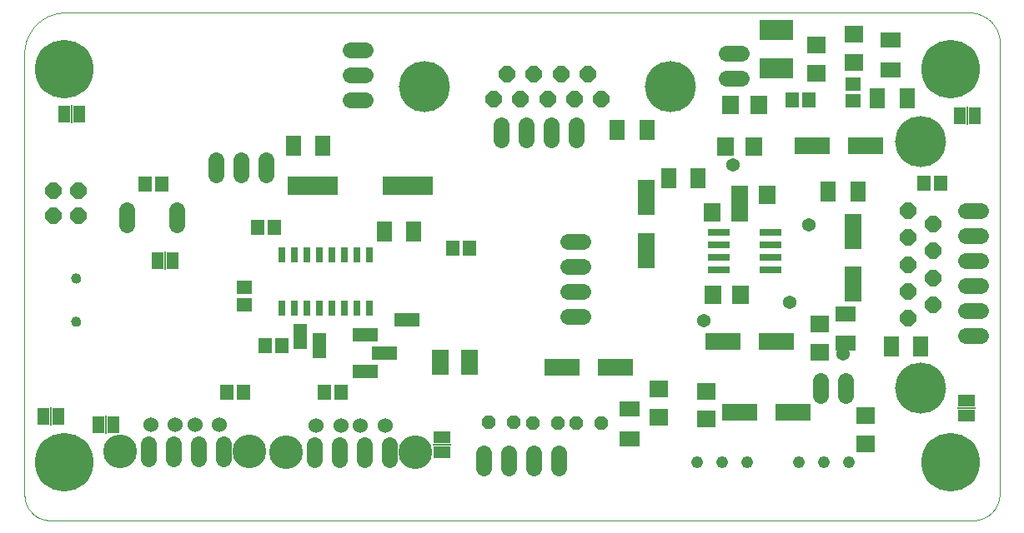
<source format=gbs>
G75*
%MOIN*%
%OFA0B0*%
%FSLAX25Y25*%
%IPPOS*%
%LPD*%
%AMOC8*
5,1,8,0,0,1.08239X$1,22.5*
%
%ADD10C,0.00000*%
%ADD11R,0.06306X0.08274*%
%ADD12R,0.08274X0.06306*%
%ADD13R,0.09061X0.02762*%
%ADD14R,0.07498X0.06699*%
%ADD15R,0.06699X0.07498*%
%ADD16R,0.05518X0.06306*%
%ADD17R,0.06306X0.05518*%
%ADD18OC8,0.05600*%
%ADD19C,0.04800*%
%ADD20C,0.03943*%
%ADD21C,0.23400*%
%ADD22C,0.06400*%
%ADD23C,0.05400*%
%ADD24OC8,0.06400*%
%ADD25C,0.20400*%
%ADD26R,0.05000X0.06700*%
%ADD27R,0.00600X0.07200*%
%ADD28C,0.06000*%
%ADD29C,0.13500*%
%ADD30R,0.02900X0.06400*%
%ADD31R,0.20400X0.07400*%
%ADD32R,0.05400X0.10400*%
%ADD33R,0.10400X0.05400*%
%ADD34R,0.06699X0.09849*%
%ADD35R,0.06700X0.05000*%
%ADD36R,0.07200X0.00600*%
%ADD37R,0.13786X0.07880*%
%ADD38R,0.06699X0.14180*%
%ADD39R,0.14180X0.06699*%
D10*
X0019865Y0014585D02*
X0388843Y0014585D01*
X0388843Y0014584D02*
X0389099Y0014587D01*
X0389355Y0014596D01*
X0389611Y0014612D01*
X0389866Y0014633D01*
X0390121Y0014661D01*
X0390375Y0014695D01*
X0390628Y0014735D01*
X0390880Y0014781D01*
X0391131Y0014834D01*
X0391380Y0014892D01*
X0391628Y0014956D01*
X0391874Y0015027D01*
X0392119Y0015103D01*
X0392362Y0015185D01*
X0392602Y0015273D01*
X0392841Y0015367D01*
X0393077Y0015466D01*
X0393310Y0015571D01*
X0393541Y0015682D01*
X0393770Y0015798D01*
X0393995Y0015920D01*
X0394217Y0016047D01*
X0394437Y0016180D01*
X0394652Y0016318D01*
X0394865Y0016461D01*
X0395074Y0016609D01*
X0395280Y0016762D01*
X0395481Y0016920D01*
X0395679Y0017082D01*
X0395873Y0017250D01*
X0396062Y0017422D01*
X0396248Y0017599D01*
X0396429Y0017780D01*
X0396606Y0017966D01*
X0396778Y0018155D01*
X0396946Y0018349D01*
X0397108Y0018547D01*
X0397266Y0018748D01*
X0397419Y0018954D01*
X0397567Y0019163D01*
X0397710Y0019376D01*
X0397848Y0019591D01*
X0397981Y0019811D01*
X0398108Y0020033D01*
X0398230Y0020258D01*
X0398346Y0020487D01*
X0398457Y0020718D01*
X0398562Y0020951D01*
X0398661Y0021187D01*
X0398755Y0021426D01*
X0398843Y0021666D01*
X0398925Y0021909D01*
X0399001Y0022154D01*
X0399072Y0022400D01*
X0399136Y0022648D01*
X0399194Y0022897D01*
X0399247Y0023148D01*
X0399293Y0023400D01*
X0399333Y0023653D01*
X0399367Y0023907D01*
X0399395Y0024162D01*
X0399416Y0024417D01*
X0399432Y0024673D01*
X0399441Y0024929D01*
X0399444Y0025185D01*
X0399444Y0204511D01*
X0399469Y0204802D01*
X0399487Y0205094D01*
X0399498Y0205386D01*
X0399502Y0205679D01*
X0399499Y0205971D01*
X0399489Y0206263D01*
X0399471Y0206555D01*
X0399447Y0206846D01*
X0399415Y0207137D01*
X0399377Y0207427D01*
X0399332Y0207716D01*
X0399279Y0208004D01*
X0399220Y0208290D01*
X0399154Y0208575D01*
X0399081Y0208858D01*
X0399001Y0209139D01*
X0398914Y0209418D01*
X0398821Y0209695D01*
X0398720Y0209970D01*
X0398614Y0210242D01*
X0398501Y0210512D01*
X0398381Y0210779D01*
X0398255Y0211043D01*
X0398122Y0211303D01*
X0397984Y0211561D01*
X0397839Y0211815D01*
X0397688Y0212065D01*
X0397531Y0212312D01*
X0397368Y0212555D01*
X0397199Y0212793D01*
X0397025Y0213028D01*
X0396844Y0213258D01*
X0396659Y0213484D01*
X0396468Y0213706D01*
X0396272Y0213922D01*
X0396070Y0214134D01*
X0395864Y0214341D01*
X0395652Y0214543D01*
X0395436Y0214740D01*
X0395215Y0214932D01*
X0394989Y0215118D01*
X0394759Y0215298D01*
X0394525Y0215473D01*
X0394287Y0215642D01*
X0394044Y0215806D01*
X0393798Y0215963D01*
X0393548Y0216115D01*
X0393294Y0216261D01*
X0393037Y0216400D01*
X0392777Y0216533D01*
X0392513Y0216660D01*
X0392247Y0216780D01*
X0391977Y0216894D01*
X0391705Y0217001D01*
X0391431Y0217102D01*
X0391154Y0217196D01*
X0390875Y0217283D01*
X0390594Y0217363D01*
X0390311Y0217437D01*
X0390026Y0217504D01*
X0389740Y0217564D01*
X0389452Y0217617D01*
X0389164Y0217663D01*
X0388874Y0217702D01*
X0388583Y0217734D01*
X0024601Y0217734D01*
X0024600Y0217734D02*
X0024207Y0217696D01*
X0023814Y0217648D01*
X0023423Y0217591D01*
X0023034Y0217525D01*
X0022646Y0217449D01*
X0022260Y0217364D01*
X0021876Y0217269D01*
X0021494Y0217165D01*
X0021116Y0217053D01*
X0020740Y0216931D01*
X0020367Y0216799D01*
X0019997Y0216659D01*
X0019631Y0216510D01*
X0019269Y0216353D01*
X0018910Y0216186D01*
X0018556Y0216011D01*
X0018206Y0215827D01*
X0017860Y0215635D01*
X0017520Y0215435D01*
X0017184Y0215227D01*
X0016853Y0215010D01*
X0016528Y0214786D01*
X0016208Y0214553D01*
X0015894Y0214314D01*
X0015586Y0214066D01*
X0015284Y0213811D01*
X0014988Y0213549D01*
X0014698Y0213280D01*
X0014415Y0213004D01*
X0014139Y0212721D01*
X0013870Y0212432D01*
X0013608Y0212136D01*
X0013353Y0211834D01*
X0013105Y0211526D01*
X0012865Y0211212D01*
X0012633Y0210892D01*
X0012408Y0210567D01*
X0012191Y0210237D01*
X0011983Y0209901D01*
X0011782Y0209560D01*
X0011590Y0209215D01*
X0011406Y0208865D01*
X0011231Y0208511D01*
X0011065Y0208152D01*
X0010907Y0207790D01*
X0010757Y0207424D01*
X0010617Y0207054D01*
X0010486Y0206682D01*
X0010364Y0206306D01*
X0010251Y0205927D01*
X0010147Y0205546D01*
X0010052Y0205162D01*
X0009967Y0204776D01*
X0009891Y0204388D01*
X0009824Y0203998D01*
X0009767Y0203607D01*
X0009719Y0203215D01*
X0009681Y0202822D01*
X0009652Y0202427D01*
X0009633Y0202033D01*
X0009623Y0201637D01*
X0009623Y0201242D01*
X0009633Y0200847D01*
X0009652Y0200452D01*
X0009680Y0200058D01*
X0009680Y0024770D01*
X0009683Y0024524D01*
X0009692Y0024278D01*
X0009707Y0024032D01*
X0009728Y0023787D01*
X0009754Y0023542D01*
X0009787Y0023298D01*
X0009825Y0023055D01*
X0009870Y0022813D01*
X0009920Y0022572D01*
X0009976Y0022333D01*
X0010038Y0022094D01*
X0010105Y0021858D01*
X0010178Y0021623D01*
X0010257Y0021390D01*
X0010342Y0021158D01*
X0010432Y0020929D01*
X0010527Y0020702D01*
X0010628Y0020478D01*
X0010735Y0020256D01*
X0010847Y0020037D01*
X0010964Y0019820D01*
X0011086Y0019607D01*
X0011213Y0019396D01*
X0011346Y0019188D01*
X0011483Y0018984D01*
X0011625Y0018783D01*
X0011772Y0018586D01*
X0011924Y0018392D01*
X0012080Y0018202D01*
X0012241Y0018016D01*
X0012407Y0017834D01*
X0012577Y0017656D01*
X0012751Y0017482D01*
X0012929Y0017312D01*
X0013111Y0017146D01*
X0013297Y0016985D01*
X0013487Y0016829D01*
X0013681Y0016677D01*
X0013878Y0016530D01*
X0014079Y0016388D01*
X0014283Y0016251D01*
X0014491Y0016118D01*
X0014702Y0015991D01*
X0014915Y0015869D01*
X0015132Y0015752D01*
X0015351Y0015640D01*
X0015573Y0015533D01*
X0015797Y0015432D01*
X0016024Y0015337D01*
X0016253Y0015247D01*
X0016485Y0015162D01*
X0016718Y0015083D01*
X0016953Y0015010D01*
X0017189Y0014943D01*
X0017428Y0014881D01*
X0017667Y0014825D01*
X0017908Y0014775D01*
X0018150Y0014730D01*
X0018393Y0014692D01*
X0018637Y0014659D01*
X0018882Y0014633D01*
X0019127Y0014612D01*
X0019373Y0014597D01*
X0019619Y0014588D01*
X0019865Y0014585D01*
X0028381Y0094112D02*
X0028383Y0094196D01*
X0028389Y0094279D01*
X0028399Y0094362D01*
X0028413Y0094445D01*
X0028430Y0094527D01*
X0028452Y0094608D01*
X0028477Y0094687D01*
X0028506Y0094766D01*
X0028539Y0094843D01*
X0028575Y0094918D01*
X0028615Y0094992D01*
X0028658Y0095064D01*
X0028705Y0095133D01*
X0028755Y0095200D01*
X0028808Y0095265D01*
X0028864Y0095327D01*
X0028922Y0095387D01*
X0028984Y0095444D01*
X0029048Y0095497D01*
X0029115Y0095548D01*
X0029184Y0095595D01*
X0029255Y0095640D01*
X0029328Y0095680D01*
X0029403Y0095717D01*
X0029480Y0095751D01*
X0029558Y0095781D01*
X0029637Y0095807D01*
X0029718Y0095830D01*
X0029800Y0095848D01*
X0029882Y0095863D01*
X0029965Y0095874D01*
X0030048Y0095881D01*
X0030132Y0095884D01*
X0030216Y0095883D01*
X0030299Y0095878D01*
X0030383Y0095869D01*
X0030465Y0095856D01*
X0030547Y0095840D01*
X0030628Y0095819D01*
X0030709Y0095795D01*
X0030787Y0095767D01*
X0030865Y0095735D01*
X0030941Y0095699D01*
X0031015Y0095660D01*
X0031087Y0095618D01*
X0031157Y0095572D01*
X0031225Y0095523D01*
X0031290Y0095471D01*
X0031353Y0095416D01*
X0031413Y0095358D01*
X0031471Y0095297D01*
X0031525Y0095233D01*
X0031577Y0095167D01*
X0031625Y0095099D01*
X0031670Y0095028D01*
X0031711Y0094955D01*
X0031750Y0094881D01*
X0031784Y0094805D01*
X0031815Y0094727D01*
X0031842Y0094648D01*
X0031866Y0094567D01*
X0031885Y0094486D01*
X0031901Y0094404D01*
X0031913Y0094321D01*
X0031921Y0094237D01*
X0031925Y0094154D01*
X0031925Y0094070D01*
X0031921Y0093987D01*
X0031913Y0093903D01*
X0031901Y0093820D01*
X0031885Y0093738D01*
X0031866Y0093657D01*
X0031842Y0093576D01*
X0031815Y0093497D01*
X0031784Y0093419D01*
X0031750Y0093343D01*
X0031711Y0093269D01*
X0031670Y0093196D01*
X0031625Y0093125D01*
X0031577Y0093057D01*
X0031525Y0092991D01*
X0031471Y0092927D01*
X0031413Y0092866D01*
X0031353Y0092808D01*
X0031290Y0092753D01*
X0031225Y0092701D01*
X0031157Y0092652D01*
X0031087Y0092606D01*
X0031015Y0092564D01*
X0030941Y0092525D01*
X0030865Y0092489D01*
X0030787Y0092457D01*
X0030709Y0092429D01*
X0030628Y0092405D01*
X0030547Y0092384D01*
X0030465Y0092368D01*
X0030383Y0092355D01*
X0030299Y0092346D01*
X0030216Y0092341D01*
X0030132Y0092340D01*
X0030048Y0092343D01*
X0029965Y0092350D01*
X0029882Y0092361D01*
X0029800Y0092376D01*
X0029718Y0092394D01*
X0029637Y0092417D01*
X0029558Y0092443D01*
X0029480Y0092473D01*
X0029403Y0092507D01*
X0029328Y0092544D01*
X0029255Y0092584D01*
X0029184Y0092629D01*
X0029115Y0092676D01*
X0029048Y0092727D01*
X0028984Y0092780D01*
X0028922Y0092837D01*
X0028864Y0092897D01*
X0028808Y0092959D01*
X0028755Y0093024D01*
X0028705Y0093091D01*
X0028658Y0093160D01*
X0028615Y0093232D01*
X0028575Y0093306D01*
X0028539Y0093381D01*
X0028506Y0093458D01*
X0028477Y0093537D01*
X0028452Y0093616D01*
X0028430Y0093697D01*
X0028413Y0093779D01*
X0028399Y0093862D01*
X0028389Y0093945D01*
X0028383Y0094028D01*
X0028381Y0094112D01*
X0028381Y0111435D02*
X0028383Y0111519D01*
X0028389Y0111602D01*
X0028399Y0111685D01*
X0028413Y0111768D01*
X0028430Y0111850D01*
X0028452Y0111931D01*
X0028477Y0112010D01*
X0028506Y0112089D01*
X0028539Y0112166D01*
X0028575Y0112241D01*
X0028615Y0112315D01*
X0028658Y0112387D01*
X0028705Y0112456D01*
X0028755Y0112523D01*
X0028808Y0112588D01*
X0028864Y0112650D01*
X0028922Y0112710D01*
X0028984Y0112767D01*
X0029048Y0112820D01*
X0029115Y0112871D01*
X0029184Y0112918D01*
X0029255Y0112963D01*
X0029328Y0113003D01*
X0029403Y0113040D01*
X0029480Y0113074D01*
X0029558Y0113104D01*
X0029637Y0113130D01*
X0029718Y0113153D01*
X0029800Y0113171D01*
X0029882Y0113186D01*
X0029965Y0113197D01*
X0030048Y0113204D01*
X0030132Y0113207D01*
X0030216Y0113206D01*
X0030299Y0113201D01*
X0030383Y0113192D01*
X0030465Y0113179D01*
X0030547Y0113163D01*
X0030628Y0113142D01*
X0030709Y0113118D01*
X0030787Y0113090D01*
X0030865Y0113058D01*
X0030941Y0113022D01*
X0031015Y0112983D01*
X0031087Y0112941D01*
X0031157Y0112895D01*
X0031225Y0112846D01*
X0031290Y0112794D01*
X0031353Y0112739D01*
X0031413Y0112681D01*
X0031471Y0112620D01*
X0031525Y0112556D01*
X0031577Y0112490D01*
X0031625Y0112422D01*
X0031670Y0112351D01*
X0031711Y0112278D01*
X0031750Y0112204D01*
X0031784Y0112128D01*
X0031815Y0112050D01*
X0031842Y0111971D01*
X0031866Y0111890D01*
X0031885Y0111809D01*
X0031901Y0111727D01*
X0031913Y0111644D01*
X0031921Y0111560D01*
X0031925Y0111477D01*
X0031925Y0111393D01*
X0031921Y0111310D01*
X0031913Y0111226D01*
X0031901Y0111143D01*
X0031885Y0111061D01*
X0031866Y0110980D01*
X0031842Y0110899D01*
X0031815Y0110820D01*
X0031784Y0110742D01*
X0031750Y0110666D01*
X0031711Y0110592D01*
X0031670Y0110519D01*
X0031625Y0110448D01*
X0031577Y0110380D01*
X0031525Y0110314D01*
X0031471Y0110250D01*
X0031413Y0110189D01*
X0031353Y0110131D01*
X0031290Y0110076D01*
X0031225Y0110024D01*
X0031157Y0109975D01*
X0031087Y0109929D01*
X0031015Y0109887D01*
X0030941Y0109848D01*
X0030865Y0109812D01*
X0030787Y0109780D01*
X0030709Y0109752D01*
X0030628Y0109728D01*
X0030547Y0109707D01*
X0030465Y0109691D01*
X0030383Y0109678D01*
X0030299Y0109669D01*
X0030216Y0109664D01*
X0030132Y0109663D01*
X0030048Y0109666D01*
X0029965Y0109673D01*
X0029882Y0109684D01*
X0029800Y0109699D01*
X0029718Y0109717D01*
X0029637Y0109740D01*
X0029558Y0109766D01*
X0029480Y0109796D01*
X0029403Y0109830D01*
X0029328Y0109867D01*
X0029255Y0109907D01*
X0029184Y0109952D01*
X0029115Y0109999D01*
X0029048Y0110050D01*
X0028984Y0110103D01*
X0028922Y0110160D01*
X0028864Y0110220D01*
X0028808Y0110282D01*
X0028755Y0110347D01*
X0028705Y0110414D01*
X0028658Y0110483D01*
X0028615Y0110555D01*
X0028575Y0110629D01*
X0028539Y0110704D01*
X0028506Y0110781D01*
X0028477Y0110860D01*
X0028452Y0110939D01*
X0028430Y0111020D01*
X0028413Y0111102D01*
X0028399Y0111185D01*
X0028389Y0111268D01*
X0028383Y0111351D01*
X0028381Y0111435D01*
D11*
X0117161Y0164585D03*
X0128972Y0164585D03*
X0153381Y0130333D03*
X0165192Y0130333D03*
X0246688Y0170884D03*
X0258499Y0170884D03*
X0267161Y0151593D03*
X0278972Y0151593D03*
X0330940Y0146081D03*
X0342751Y0146081D03*
X0350625Y0183482D03*
X0362436Y0183482D03*
X0367948Y0084270D03*
X0356137Y0084270D03*
D12*
X0338027Y0085451D03*
X0338027Y0097262D03*
X0251413Y0059073D03*
X0251413Y0047262D03*
X0355743Y0194900D03*
X0355743Y0206711D03*
D13*
X0307712Y0129959D03*
X0307712Y0124959D03*
X0307712Y0119959D03*
X0307712Y0114959D03*
X0287239Y0114959D03*
X0287239Y0119959D03*
X0287239Y0124959D03*
X0287239Y0129959D03*
D14*
X0327397Y0093018D03*
X0327397Y0081821D03*
X0345901Y0056404D03*
X0345901Y0045207D03*
X0282121Y0055049D03*
X0282121Y0066246D03*
X0263224Y0067033D03*
X0263224Y0055837D03*
X0326216Y0193632D03*
X0341176Y0197963D03*
X0326216Y0204829D03*
X0341176Y0209159D03*
D15*
X0303074Y0180726D03*
X0291877Y0180726D03*
X0289909Y0164191D03*
X0301106Y0164191D03*
X0306617Y0144900D03*
X0295420Y0144900D03*
X0295594Y0137813D03*
X0284397Y0137813D03*
X0284791Y0104742D03*
X0295987Y0104742D03*
D16*
X0369326Y0149624D03*
X0376019Y0149624D03*
X0323263Y0182695D03*
X0316570Y0182695D03*
X0187436Y0123640D03*
X0180743Y0123640D03*
X0112633Y0084663D03*
X0105940Y0084663D03*
X0097279Y0065766D03*
X0090586Y0065766D03*
X0129562Y0065766D03*
X0136255Y0065766D03*
X0109483Y0131907D03*
X0102791Y0131907D03*
X0064602Y0149230D03*
X0057909Y0149230D03*
D17*
X0097476Y0107695D03*
X0097476Y0101002D03*
X0340783Y0182498D03*
X0340783Y0189191D03*
D18*
X0240271Y0053561D03*
X0230271Y0053561D03*
X0222948Y0053561D03*
X0212948Y0053561D03*
X0205231Y0053955D03*
X0195231Y0053955D03*
D19*
X0278420Y0037813D03*
X0288420Y0037813D03*
X0298420Y0037813D03*
X0319365Y0037813D03*
X0329365Y0037813D03*
X0339365Y0037813D03*
D20*
X0030153Y0094112D03*
X0030153Y0111435D03*
D21*
X0025428Y0037813D03*
X0025428Y0195293D03*
X0379759Y0195293D03*
X0379759Y0037813D03*
D22*
X0337909Y0064341D02*
X0337909Y0070341D01*
X0327909Y0070341D02*
X0327909Y0064341D01*
X0385814Y0088404D02*
X0391814Y0088404D01*
X0391814Y0098404D02*
X0385814Y0098404D01*
X0385814Y0108404D02*
X0391814Y0108404D01*
X0391814Y0118404D02*
X0385814Y0118404D01*
X0385814Y0128404D02*
X0391814Y0128404D01*
X0391814Y0138404D02*
X0385814Y0138404D01*
X0296145Y0191474D02*
X0290145Y0191474D01*
X0290145Y0201474D02*
X0296145Y0201474D01*
X0230192Y0172703D02*
X0230192Y0166703D01*
X0220192Y0166703D02*
X0220192Y0172703D01*
X0210192Y0172703D02*
X0210192Y0166703D01*
X0200192Y0166703D02*
X0200192Y0172703D01*
X0145751Y0182931D02*
X0139751Y0182931D01*
X0139751Y0192931D02*
X0145751Y0192931D01*
X0145751Y0202931D02*
X0139751Y0202931D01*
X0106294Y0158923D02*
X0106294Y0152923D01*
X0096294Y0152923D02*
X0096294Y0158923D01*
X0086294Y0158923D02*
X0086294Y0152923D01*
X0070468Y0138844D02*
X0070468Y0132844D01*
X0050468Y0132844D02*
X0050468Y0138844D01*
X0059247Y0045144D02*
X0059247Y0039144D01*
X0069247Y0039144D02*
X0069247Y0045144D01*
X0079247Y0045144D02*
X0079247Y0039144D01*
X0089247Y0039144D02*
X0089247Y0045144D01*
X0125389Y0044750D02*
X0125389Y0038750D01*
X0135389Y0038750D02*
X0135389Y0044750D01*
X0145389Y0044750D02*
X0145389Y0038750D01*
X0155389Y0038750D02*
X0155389Y0044750D01*
X0193106Y0041600D02*
X0193106Y0035600D01*
X0203106Y0035600D02*
X0203106Y0041600D01*
X0213106Y0041600D02*
X0213106Y0035600D01*
X0223106Y0035600D02*
X0223106Y0041600D01*
X0226759Y0096041D02*
X0232759Y0096041D01*
X0232759Y0106041D02*
X0226759Y0106041D01*
X0226759Y0116041D02*
X0232759Y0116041D01*
X0232759Y0126041D02*
X0226759Y0126041D01*
D23*
X0281334Y0094506D03*
X0315586Y0101986D03*
X0336846Y0081120D03*
X0323066Y0132695D03*
X0292751Y0156711D03*
D24*
X0240335Y0183207D03*
X0229535Y0183207D03*
X0218735Y0183207D03*
X0207935Y0183207D03*
X0197135Y0183207D03*
X0202535Y0193207D03*
X0213335Y0193207D03*
X0224135Y0193207D03*
X0234935Y0193207D03*
X0362948Y0138547D03*
X0372948Y0133147D03*
X0362948Y0127747D03*
X0372948Y0122347D03*
X0362948Y0116947D03*
X0372948Y0111547D03*
X0362948Y0106147D03*
X0372948Y0100747D03*
X0362948Y0095347D03*
X0031216Y0136356D03*
X0021216Y0136356D03*
X0021216Y0146356D03*
X0031216Y0146356D03*
D25*
X0169435Y0188207D03*
X0268035Y0188207D03*
X0367948Y0166247D03*
X0367948Y0067647D03*
D26*
X0383452Y0176396D03*
X0389452Y0176396D03*
X0068980Y0118522D03*
X0062980Y0118522D03*
X0031578Y0177183D03*
X0025578Y0177183D03*
X0023310Y0056317D03*
X0017310Y0056317D03*
X0039357Y0052774D03*
X0045357Y0052774D03*
D27*
X0042357Y0052774D03*
X0020310Y0056317D03*
X0065980Y0118522D03*
X0028578Y0177183D03*
X0386452Y0176396D03*
D28*
X0153745Y0052450D03*
X0143945Y0052450D03*
X0136045Y0052450D03*
X0126245Y0052450D03*
X0087604Y0052844D03*
X0077804Y0052844D03*
X0069904Y0052844D03*
X0060104Y0052844D03*
D29*
X0048004Y0042144D03*
X0099704Y0042144D03*
X0114145Y0041750D03*
X0165845Y0041750D03*
D30*
X0147653Y0099644D03*
X0142653Y0099644D03*
X0137653Y0099644D03*
X0132653Y0099644D03*
X0127653Y0099644D03*
X0122653Y0099644D03*
X0117653Y0099644D03*
X0112653Y0099644D03*
X0112653Y0120864D03*
X0117653Y0120864D03*
X0122653Y0120864D03*
X0127653Y0120864D03*
X0132653Y0120864D03*
X0137653Y0120864D03*
X0142653Y0120864D03*
X0147653Y0120864D03*
D31*
X0162932Y0148443D03*
X0124932Y0148443D03*
D32*
X0119917Y0088207D03*
X0127397Y0084663D03*
D33*
X0145901Y0088994D03*
X0153381Y0081514D03*
X0145901Y0074033D03*
X0162436Y0094900D03*
D34*
X0175822Y0077970D03*
X0187633Y0077970D03*
D35*
X0176609Y0047900D03*
X0176609Y0041900D03*
X0386058Y0056467D03*
X0386058Y0062467D03*
D36*
X0386058Y0059467D03*
X0176609Y0044900D03*
D37*
X0310074Y0195490D03*
X0310074Y0210844D03*
D38*
X0258106Y0143719D03*
X0258106Y0122459D03*
X0340783Y0130333D03*
X0340783Y0109073D03*
D39*
X0310074Y0086238D03*
X0288814Y0086238D03*
X0245901Y0076002D03*
X0224641Y0076002D03*
X0295507Y0057892D03*
X0316767Y0057892D03*
X0324641Y0164585D03*
X0345901Y0164585D03*
M02*

</source>
